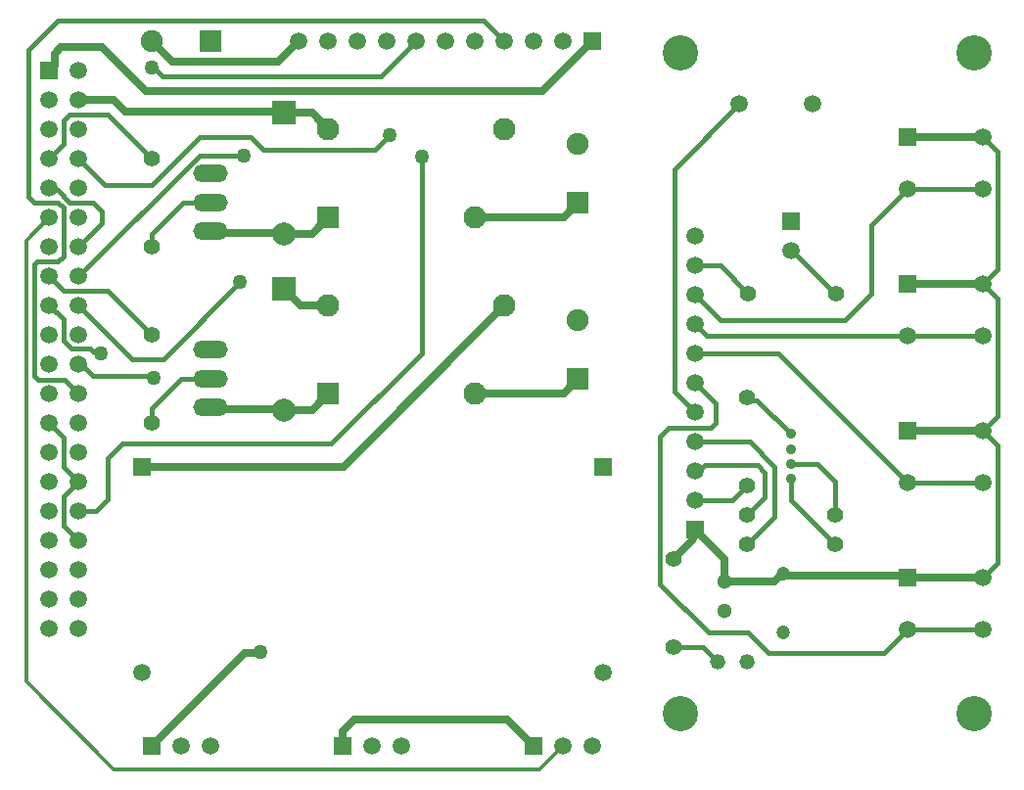
<source format=gbl>
G04*
G04 #@! TF.GenerationSoftware,Altium Limited,Altium Designer,21.1.1 (26)*
G04*
G04 Layer_Physical_Order=2*
G04 Layer_Color=16711680*
%FSLAX25Y25*%
%MOIN*%
G70*
G04*
G04 #@! TF.SameCoordinates,57F2D21C-0FCB-4F51-B6BE-920437A83AD4*
G04*
G04*
G04 #@! TF.FilePolarity,Positive*
G04*
G01*
G75*
%ADD40C,0.01500*%
%ADD41C,0.02500*%
%ADD42C,0.07480*%
%ADD43R,0.07480X0.07480*%
%ADD44R,0.07480X0.07480*%
%ADD45C,0.03500*%
%ADD46C,0.05512*%
%ADD47C,0.05906*%
%ADD48R,0.05906X0.05906*%
%ADD49C,0.05200*%
%ADD50R,0.05937X0.05937*%
%ADD51C,0.05937*%
%ADD52R,0.05906X0.05906*%
%ADD53C,0.05898*%
%ADD54R,0.05898X0.05898*%
%ADD55C,0.05118*%
%ADD56C,0.04724*%
%ADD57C,0.12000*%
%ADD58R,0.07874X0.07874*%
%ADD59C,0.07874*%
%ADD60R,0.07677X0.07677*%
%ADD61C,0.07677*%
%ADD62O,0.11811X0.05906*%
%ADD63C,0.05000*%
%ADD64C,0.01200*%
D40*
X257000Y93500D02*
Y110500D01*
X247500Y84000D02*
X257000Y93500D01*
X248500Y119000D02*
X257000Y110500D01*
X262500Y99000D02*
Y106400D01*
Y99000D02*
X277500Y84000D01*
X262500Y111500D02*
X271500D01*
X277500Y105500D01*
Y94000D02*
Y105500D01*
X247500Y134000D02*
X248190Y133310D01*
X250890D01*
X262500Y121700D01*
Y184000D02*
X263000D01*
X277500Y169500D01*
X278000D01*
X222500Y49000D02*
X232500D01*
X237500Y44000D01*
X230000Y179000D02*
X238500D01*
X248000Y169500D01*
X302205Y205142D02*
X327795D01*
X290000Y192937D02*
X302205Y205142D01*
X290000Y169500D02*
Y192937D01*
X281000Y160500D02*
X290000Y169500D01*
X238500Y160500D02*
X281000D01*
X230000Y169000D02*
X238500Y160500D01*
X327737Y155200D02*
X327795Y155142D01*
X312000Y155200D02*
X327737D01*
X311942Y155142D02*
X312000Y155200D01*
X302205Y155142D02*
X311942D01*
X230000Y159000D02*
X233858Y155142D01*
X302205D01*
X230000Y149000D02*
X258347D01*
X302205Y105142D01*
X327795D01*
X230000Y139000D02*
X237000Y132000D01*
Y125500D02*
Y132000D01*
X235300Y123800D02*
X237000Y125500D01*
X234500Y54000D02*
X248000D01*
X255000Y47000D01*
X294063D01*
X302205Y55142D01*
X327795D01*
X222797Y211797D02*
X245000Y234000D01*
X222797Y136203D02*
Y211797D01*
Y136203D02*
X230000Y129000D01*
Y119000D02*
X248500D01*
X230000Y109000D02*
X231081D01*
X233081Y111000D01*
X251061D01*
X253500Y108561D01*
Y100000D02*
Y108561D01*
X247500Y94000D02*
X253500Y100000D01*
X242500Y99000D02*
X247500Y104000D01*
X230000Y99000D02*
X242500D01*
X332750Y77813D02*
Y117903D01*
X327795Y122858D02*
X332750Y117903D01*
X327795Y72858D02*
X332750Y77813D01*
X327795Y172858D02*
X332750Y167903D01*
Y127813D02*
Y167903D01*
X327795Y122858D02*
X332750Y127813D01*
Y177813D02*
Y217903D01*
X327795Y172858D02*
X332750Y177813D01*
X327795Y222858D02*
X332750Y217903D01*
X220800Y123800D02*
X235300D01*
X217900Y70600D02*
X234500Y54000D01*
X217900Y120900D02*
X220800Y123800D01*
X217900Y70600D02*
Y120900D01*
X30000Y170500D02*
X45000Y155500D01*
X15000Y170500D02*
X30000D01*
X10000Y175500D02*
X15000Y170500D01*
X20000Y175500D02*
X61100Y216600D01*
X76200D01*
X55600Y200500D02*
X65000D01*
X15200Y140300D02*
X20000Y135500D01*
X158000Y262500D02*
X165000Y255500D01*
X13000Y262500D02*
X158000D01*
X45000Y189900D02*
X55600Y200500D01*
X45000Y185500D02*
Y189900D01*
X106000Y118500D02*
X136800Y149300D01*
Y216000D01*
X35000Y118500D02*
X106000D01*
X30000Y113500D02*
X35000Y118500D01*
X26000Y95500D02*
X30000Y99500D01*
Y113500D01*
X20000Y95500D02*
X26000D01*
X48700Y147300D02*
X74800Y173400D01*
X20000Y145500D02*
X21000D01*
X25000Y141500D01*
X123000Y243500D02*
X135000Y255500D01*
X25000Y141500D02*
X44961D01*
X45500Y140961D01*
X45000Y130500D02*
X55000Y140500D01*
X45000Y125500D02*
Y130500D01*
X55000Y140500D02*
X65000D01*
X38200Y147300D02*
X48700D01*
X20000Y165500D02*
X38200Y147300D01*
X14800Y153500D02*
Y160700D01*
X10000Y165500D02*
X14800Y160700D01*
X3000Y252500D02*
X13000Y262500D01*
X3000Y202500D02*
Y252500D01*
Y202500D02*
X5000Y200500D01*
X78376Y222850D02*
X82726Y218500D01*
X121000D02*
X126000Y223500D01*
X82726Y218500D02*
X121000D01*
X45000Y206500D02*
X61350Y222850D01*
X78376D01*
X20000Y215500D02*
X29000Y206500D01*
X45000D01*
X10000Y215500D02*
X15000Y220500D01*
X30000Y230500D02*
X45000Y215500D01*
X17000Y230500D02*
X30000D01*
X15000Y220500D02*
Y228500D01*
X17000Y230500D01*
X14800Y153500D02*
X17503Y150797D01*
X23703D01*
X24795Y149705D02*
X26746D01*
X27415Y149035D01*
X23703Y150797D02*
X24795Y149705D01*
X15000Y110500D02*
Y120500D01*
X10000Y125500D02*
X15000Y120500D01*
Y110500D02*
X20000Y105500D01*
X15000Y90500D02*
Y100500D01*
Y90500D02*
X20000Y85500D01*
X15000Y100500D02*
X20000Y105500D01*
X25000Y200500D02*
X28000Y197500D01*
Y193500D02*
Y197500D01*
X20000Y185500D02*
X28000Y193500D01*
X10000Y205500D02*
X10843Y204657D01*
X12843D01*
X17000Y200500D01*
X25000D01*
X13000D02*
X14800Y198700D01*
X5000Y200500D02*
X13000D01*
X14800Y182300D02*
Y198700D01*
X13000Y180500D02*
X14800Y182300D01*
X6200Y140300D02*
X15200D01*
X5879Y180500D02*
X13000D01*
X5000Y141500D02*
X6200Y140300D01*
X5000Y141500D02*
Y179621D01*
X5879Y180500D01*
X48629Y243500D02*
X123000D01*
X45629Y246500D02*
X48629Y243500D01*
X45000Y246500D02*
X45629D01*
D41*
X228232Y84732D02*
X228847Y85452D01*
X229342Y86260D01*
X229705Y87135D01*
X229926Y88056D01*
X230000Y89000D01*
X302205Y122858D02*
X327795D01*
X302205Y172858D02*
X327795D01*
X302205Y222858D02*
X327795D01*
X222500Y79000D02*
X228232Y84732D01*
X240000Y71500D02*
Y79000D01*
Y71500D02*
X256898D01*
X259398Y74000D01*
X260000D01*
X260426Y73574D01*
X301489D01*
X302205Y72858D01*
X327795D01*
X230000Y89000D02*
X240000Y79000D01*
X90000Y231091D02*
X99370D01*
X105000Y225461D01*
X11703Y247203D02*
Y251203D01*
X10000Y245500D02*
X11703Y247203D01*
Y251203D02*
X14000Y253500D01*
X155000Y195539D02*
X185039D01*
X190000Y200500D01*
X185039Y135539D02*
X190000Y140500D01*
X155000Y135539D02*
X185039D01*
X89626Y130283D02*
X90000Y129909D01*
X65374Y130283D02*
X89626D01*
X65000Y130657D02*
X65374Y130283D01*
X99370Y129909D02*
X105000Y135539D01*
X90000Y129909D02*
X99370D01*
X90000Y171091D02*
X95630Y165461D01*
X105000D01*
X45000Y255500D02*
X52000Y248500D01*
X88000D02*
X95000Y255500D01*
X52000Y248500D02*
X88000D01*
X89626Y190283D02*
X90000Y189909D01*
X65374Y190283D02*
X89626D01*
X65000Y190657D02*
X65374Y190283D01*
X99370Y189909D02*
X105000Y195539D01*
X90000Y189909D02*
X99370D01*
X41500Y110500D02*
X110039D01*
X165000Y165461D01*
X81522Y47022D02*
X82000Y47500D01*
X166000Y24500D02*
X175000Y15500D01*
X110000Y20500D02*
X114000Y24500D01*
X166000D01*
X110000Y15500D02*
Y20500D01*
X178000Y238500D02*
X195000Y255500D01*
X32000Y235500D02*
X36000Y231500D01*
X20000Y235500D02*
X32000D01*
X89591Y231500D02*
X90000Y231091D01*
X36000Y231500D02*
X89591D01*
X43000Y238500D02*
X178000D01*
X28000Y253500D02*
X43000Y238500D01*
X14000Y253500D02*
X28000D01*
X76522Y47022D02*
X81522D01*
X45000Y15500D02*
X76522Y47022D01*
D42*
X45000Y255500D02*
D03*
X190000Y220500D02*
D03*
Y160500D02*
D03*
D43*
X65000Y255500D02*
D03*
D44*
X190000Y200500D02*
D03*
Y140500D02*
D03*
D45*
X262500Y121700D02*
D03*
Y116600D02*
D03*
Y111500D02*
D03*
Y106400D02*
D03*
D46*
X247500Y94000D02*
D03*
X277500D02*
D03*
X222500Y49000D02*
D03*
Y79000D02*
D03*
X278000Y169500D02*
D03*
X248000D02*
D03*
X247500Y104000D02*
D03*
Y134000D02*
D03*
X277500Y84000D02*
D03*
X247500D02*
D03*
X45000Y125500D02*
D03*
Y155500D02*
D03*
Y185500D02*
D03*
Y215500D02*
D03*
D47*
X270000Y234000D02*
D03*
X245000D02*
D03*
X120000Y15500D02*
D03*
X130000D02*
D03*
X230000Y99000D02*
D03*
Y109000D02*
D03*
Y119000D02*
D03*
Y129000D02*
D03*
Y139000D02*
D03*
Y149000D02*
D03*
Y159000D02*
D03*
Y169000D02*
D03*
Y179000D02*
D03*
Y189000D02*
D03*
X195000Y15500D02*
D03*
X185000D02*
D03*
X20000Y55500D02*
D03*
Y65500D02*
D03*
Y75500D02*
D03*
Y85500D02*
D03*
Y95500D02*
D03*
Y105500D02*
D03*
Y115500D02*
D03*
Y125500D02*
D03*
Y135500D02*
D03*
Y145500D02*
D03*
Y155500D02*
D03*
Y165500D02*
D03*
Y175500D02*
D03*
Y185500D02*
D03*
Y195500D02*
D03*
Y205500D02*
D03*
Y215500D02*
D03*
Y225500D02*
D03*
Y235500D02*
D03*
Y245500D02*
D03*
X10000Y215500D02*
D03*
Y155500D02*
D03*
Y145500D02*
D03*
Y165500D02*
D03*
Y175500D02*
D03*
Y185500D02*
D03*
Y195500D02*
D03*
Y205500D02*
D03*
Y225500D02*
D03*
Y235500D02*
D03*
Y55500D02*
D03*
Y95500D02*
D03*
Y85500D02*
D03*
Y65500D02*
D03*
Y75500D02*
D03*
Y105500D02*
D03*
Y115500D02*
D03*
Y125500D02*
D03*
Y135500D02*
D03*
X185000Y255500D02*
D03*
X175000D02*
D03*
X165000D02*
D03*
X155000D02*
D03*
X145000D02*
D03*
X135000D02*
D03*
X125000D02*
D03*
X115000D02*
D03*
X105000D02*
D03*
X95000D02*
D03*
X198500Y40500D02*
D03*
X41500D02*
D03*
X55000Y15500D02*
D03*
X65000D02*
D03*
D48*
X110000D02*
D03*
X175000D02*
D03*
X195000Y255500D02*
D03*
X41500Y110500D02*
D03*
X198500D02*
D03*
X45000Y15500D02*
D03*
D49*
X237500Y44000D02*
D03*
X247500D02*
D03*
D50*
X262500Y194000D02*
D03*
D51*
Y184000D02*
D03*
D52*
X230000Y89000D02*
D03*
X10000Y245500D02*
D03*
D53*
X327795Y72858D02*
D03*
Y55142D02*
D03*
X302205D02*
D03*
X327795Y122858D02*
D03*
Y105142D02*
D03*
X302205D02*
D03*
Y205142D02*
D03*
X327795D02*
D03*
Y222858D02*
D03*
Y172858D02*
D03*
Y155142D02*
D03*
X302205D02*
D03*
D54*
Y72858D02*
D03*
Y122858D02*
D03*
Y222858D02*
D03*
Y172858D02*
D03*
D55*
X240000Y61500D02*
D03*
Y71500D02*
D03*
D56*
X260000Y54000D02*
D03*
Y74000D02*
D03*
D57*
X225000Y26500D02*
D03*
X325000D02*
D03*
Y251500D02*
D03*
X225000D02*
D03*
D58*
X90000Y171091D02*
D03*
Y231091D02*
D03*
D59*
Y129909D02*
D03*
Y189909D02*
D03*
D60*
X105000Y135539D02*
D03*
Y195539D02*
D03*
D61*
X155000Y135539D02*
D03*
X165000Y165461D02*
D03*
X105000D02*
D03*
X155000Y195539D02*
D03*
X165000Y225461D02*
D03*
X105000D02*
D03*
D62*
X65000Y150343D02*
D03*
Y130657D02*
D03*
Y140500D02*
D03*
Y210343D02*
D03*
Y190657D02*
D03*
Y200500D02*
D03*
D63*
X76200Y216600D02*
D03*
X74800Y173400D02*
D03*
X136800Y216000D02*
D03*
X45500Y140961D02*
D03*
X82000Y47500D02*
D03*
X27415Y149035D02*
D03*
X126000Y223500D02*
D03*
X45000Y246500D02*
D03*
D64*
X32000Y7500D02*
X177000D01*
X185000Y15500D01*
X2100Y37400D02*
Y187600D01*
X10000Y195500D01*
X2100Y37400D02*
X32000Y7500D01*
M02*

</source>
